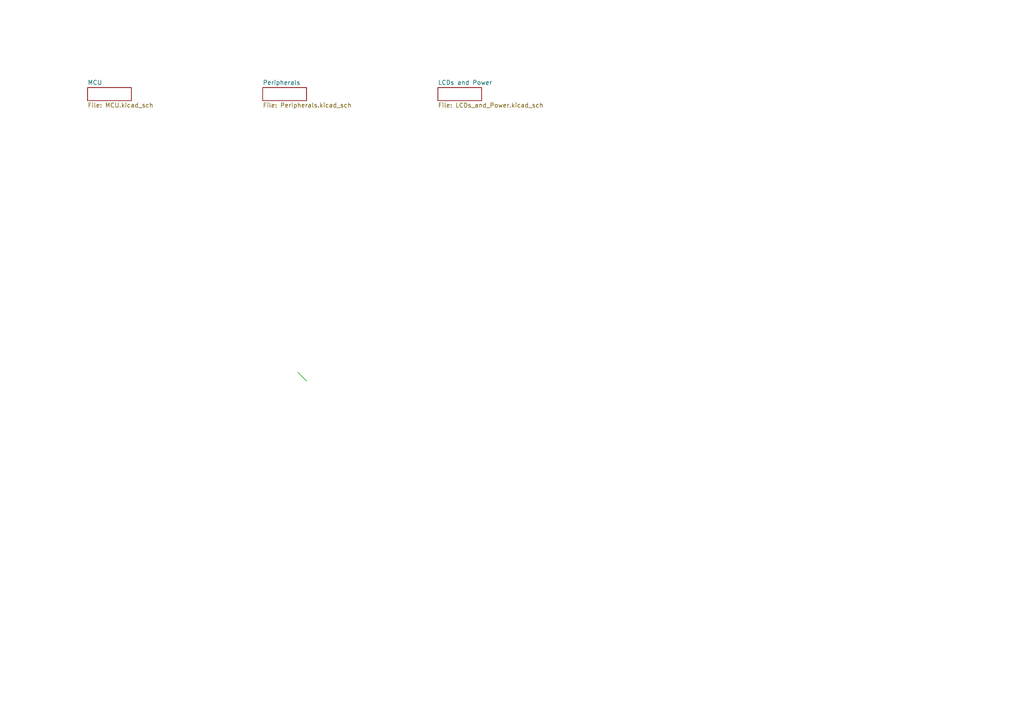
<source format=kicad_sch>
(kicad_sch (version 20230121) (generator eeschema)
  (paper "A4")
  (lib_symbols)
  (bus_entry (at 86.36 107.95) (size 2.54 2.54))
  (sheet (at 76.2 25.4) (size 12.7 3.81)
    (property "Sheetname" "Peripherals" (at 76.2 24.6884 0) (effects (justify left bottom)))
    (property "Sheetfile" "Peripherals.kicad_sch" (at 76.2 29.7946 0) (effects (justify left top)))
  )
  (sheet (at 25.4 25.4) (size 12.7 3.81)
    (property "Sheetname" "MCU" (at 25.4 24.6884 0) (effects (justify left bottom)))
    (property "Sheetfile" "MCU.kicad_sch" (at 25.4 29.7946 0) (effects (justify left top)))
  )
  (sheet (at 127 25.4) (size 12.7 3.81)
    (property "Sheetname" "LCDs and Power" (at 127 24.6884 0) (effects (justify left bottom)))
    (property "Sheetfile" "LCDs_and_Power.kicad_sch" (at 127 29.7946 0) (effects (justify left top)))
  )
)
</source>
